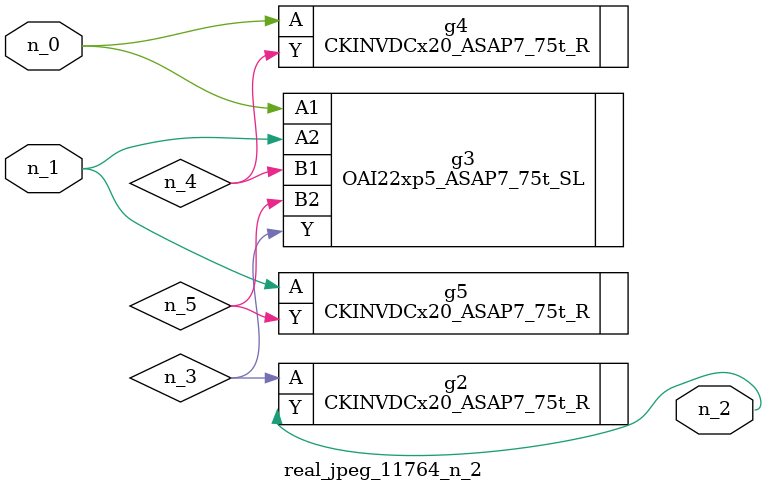
<source format=v>
module real_jpeg_11764_n_2 (n_1, n_0, n_2);

input n_1;
input n_0;

output n_2;

wire n_5;
wire n_4;
wire n_3;

OAI22xp5_ASAP7_75t_SL g3 ( 
.A1(n_0),
.A2(n_1),
.B1(n_4),
.B2(n_5),
.Y(n_3)
);

CKINVDCx20_ASAP7_75t_R g4 ( 
.A(n_0),
.Y(n_4)
);

CKINVDCx20_ASAP7_75t_R g5 ( 
.A(n_1),
.Y(n_5)
);

CKINVDCx20_ASAP7_75t_R g2 ( 
.A(n_3),
.Y(n_2)
);


endmodule
</source>
